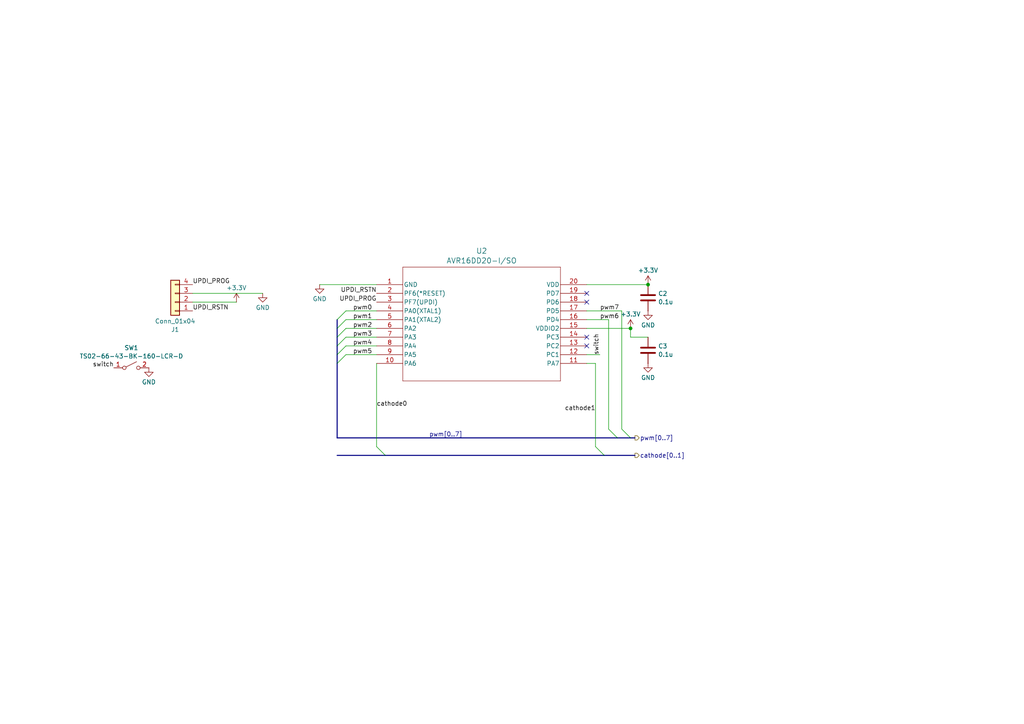
<source format=kicad_sch>
(kicad_sch (version 20231120) (generator "eeschema") (generator_version "8.0")
  (paper "A4")
  (lib_symbols
    (symbol "AVR16:AVR16DD20-I_SO" (pin_names (offset 0.254))
      (property "Reference" "U" (at 30.48 10.16 0))
      (property "Value" "AVR16DD20-I/SO" (at 30.48 7.62 0))
      (symbol "AVR16DD20-I_SO_0_1"
        (polyline (pts (xy 7.62 -27.94) (xy 53.34 -27.94)) (stroke (width 0.127)))
        (polyline (pts (xy 7.62 5.08) (xy 7.62 -27.94)) (stroke (width 0.127)))
        (polyline (pts (xy 53.34 -27.94) (xy 53.34 5.08)) (stroke (width 0.127)))
        (polyline (pts (xy 53.34 5.08) (xy 7.62 5.08)) (stroke (width 0.127)))
        (pin power_out line (at 0 0 0) (length 7.62) (name "GND") (number "1"))
        (pin bidirectional line (at 0 -22.86 0) (length 7.62) (name "PA6") (number "10"))
        (pin bidirectional line (at 60.96 -22.86 180) (length 7.62) (name "PA7") (number "11"))
        (pin bidirectional line (at 60.96 -20.32 180) (length 7.62) (name "PC1") (number "12"))
        (pin bidirectional line (at 60.96 -17.78 180) (length 7.62) (name "PC2") (number "13"))
        (pin bidirectional line (at 60.96 -15.24 180) (length 7.62) (name "PC3") (number "14"))
        (pin power_in line (at 60.96 -12.7 180) (length 7.62) (name "VDDIO2") (number "15"))
        (pin bidirectional line (at 60.96 -10.16 180) (length 7.62) (name "PD4") (number "16"))
        (pin bidirectional line (at 60.96 -7.62 180) (length 7.62) (name "PD5") (number "17"))
        (pin bidirectional line (at 60.96 -5.08 180) (length 7.62) (name "PD6") (number "18"))
        (pin bidirectional line (at 60.96 -2.54 180) (length 7.62) (name "PD7") (number "19"))
        (pin bidirectional line (at 0 -2.54 0) (length 7.62) (name "PF6(*RESET)") (number "2"))
        (pin power_in line (at 60.96 0 180) (length 7.62) (name "VDD") (number "20"))
        (pin bidirectional line (at 0 -5.08 0) (length 7.62) (name "PF7(UPDI)") (number "3"))
        (pin bidirectional line (at 0 -7.62 0) (length 7.62) (name "PA0(XTAL1)") (number "4"))
        (pin bidirectional line (at 0 -10.16 0) (length 7.62) (name "PA1(XTAL2)") (number "5"))
        (pin bidirectional line (at 0 -12.7 0) (length 7.62) (name "PA2") (number "6"))
        (pin bidirectional line (at 0 -15.24 0) (length 7.62) (name "PA3") (number "7"))
        (pin bidirectional line (at 0 -17.78 0) (length 7.62) (name "PA4") (number "8"))
        (pin bidirectional line (at 0 -20.32 0) (length 7.62) (name "PA5") (number "9"))
      )
    )
    (symbol "Connector_Generic:Conn_01x04" (pin_names (offset 1.016) hide)
      (property "Reference" "J" (at 0 5.08 0))
      (property "Value" "Conn_01x04" (at 0 -7.62 0))
      (symbol "Conn_01x04_1_1"
        (rectangle (start -1.27 -4.953) (end 0 -5.207) (stroke (width 0.1524)))
        (rectangle (start -1.27 -2.413) (end 0 -2.667) (stroke (width 0.1524)))
        (rectangle (start -1.27 0.127) (end 0 -0.127) (stroke (width 0.1524)))
        (rectangle (start -1.27 2.667) (end 0 2.413) (stroke (width 0.1524)))
        (rectangle (start -1.27 3.81) (end 1.27 -6.35) (stroke (width 0.254)) (fill (type background)))
        (pin passive line (at -5.08 2.54 0) (length 3.81) (name "Pin_1") (number "1"))
        (pin passive line (at -5.08 0 0) (length 3.81) (name "Pin_2") (number "2"))
        (pin passive line (at -5.08 -2.54 0) (length 3.81) (name "Pin_3") (number "3"))
        (pin passive line (at -5.08 -5.08 0) (length 3.81) (name "Pin_4") (number "4"))
      )
    )
    (symbol "Device:C" (pin_numbers hide) (pin_names (offset 0.254))
      (property "Reference" "C" (at 0.635 2.54 0))
      (property "Value" "C" (at 0.635 -2.54 0))
      (symbol "C_0_1"
        (polyline (pts (xy -2.032 -0.762) (xy 2.032 -0.762)) (stroke (width 0.508)))
        (polyline (pts (xy -2.032 0.762) (xy 2.032 0.762)) (stroke (width 0.508)))
      )
      (symbol "C_1_1"
        (pin passive line (at 0 3.81 270) (length 2.794) (name "~") (number "1"))
        (pin passive line (at 0 -3.81 90) (length 2.794) (name "~") (number "2"))
      )
    )
    (symbol "Switch:SW_SPST" (pin_names (offset 0) hide)
      (property "Reference" "SW" (at 0 3.175 0))
      (property "Value" "SW_SPST" (at 0 -2.54 0))
      (symbol "SW_SPST_0_0"
        (circle (center -2.032 0) (radius 0.508))
        (polyline (pts (xy -1.524 0.254) (xy 1.524 1.778)))
        (circle (center 2.032 0) (radius 0.508))
      )
      (symbol "SW_SPST_1_1"
        (pin passive line (at -5.08 0 0) (length 2.54) (name "A") (number "1"))
        (pin passive line (at 5.08 0 180) (length 2.54) (name "B") (number "2"))
      )
    )
    (symbol "power:+3.3V" (power) (pin_numbers hide) (pin_names (offset 0) hide)
      (property "Value" "+3.3V" (at 0 3.556 0))
      (symbol "+3.3V_0_1"
        (polyline (pts (xy -0.762 1.27) (xy 0 2.54)))
        (polyline (pts (xy 0 0) (xy 0 2.54)))
        (polyline (pts (xy 0 2.54) (xy 0.762 1.27)))
      )
      (symbol "+3.3V_1_1"
        (pin power_in line (at 0 0 90) (length 0) (name "~") (number "1"))
      )
    )
    (symbol "power:GND" (power) (pin_numbers hide) (pin_names (offset 0) hide)
      (property "Value" "GND" (at 0 -3.81 0))
      (symbol "GND_0_1"
        (polyline (pts (xy 0 0) (xy 0 -1.27) (xy 1.27 -1.27) (xy 0 -2.54) (xy -1.27 -1.27) (xy 0 -1.27)))
      )
      (symbol "GND_1_1"
        (pin power_in line (at 0 0 270) (length 0) (name "~") (number "1"))
      )
    )
  )
  (junction (at 182.88 95.25))
  (junction (at 187.96 82.55))
  (no_connect (at 170.18 85.09))
  (no_connect (at 170.18 100.33))
  (no_connect (at 170.18 87.63))
  (no_connect (at 170.18 97.79))
  (bus_entry (at 172.72 129.54) (size 2.54 2.54))
  (bus_entry (at 176.53 124.46) (size 2.54 2.54))
  (bus_entry (at 109.22 129.54) (size 2.54 2.54))
  (bus_entry (at 180.34 124.46) (size 2.54 2.54))
  (bus_entry (at 97.79 102.87) (size 2.54 -2.54))
  (bus_entry (at 97.79 105.41) (size 2.54 -2.54))
  (bus_entry (at 97.79 97.79) (size 2.54 -2.54))
  (bus_entry (at 97.79 100.33) (size 2.54 -2.54))
  (bus_entry (at 97.79 92.71) (size 2.54 -2.54))
  (bus_entry (at 97.79 95.25) (size 2.54 -2.54))
  (bus (pts (xy 97.79 132.08) (xy 111.76 132.08)))
  (wire (pts (xy 170.18 92.71) (xy 176.53 92.71)))
  (bus (pts (xy 97.79 102.87) (xy 97.79 105.41)))
  (bus (pts (xy 97.79 127) (xy 179.07 127)))
  (wire (pts (xy 182.88 97.79) (xy 187.96 97.79)))
  (wire (pts (xy 55.88 85.09) (xy 76.2 85.09)))
  (wire (pts (xy 100.33 97.79) (xy 109.22 97.79)))
  (wire (pts (xy 170.18 95.25) (xy 182.88 95.25)))
  (bus (pts (xy 97.79 92.71) (xy 97.79 95.25)))
  (wire (pts (xy 172.72 105.41) (xy 172.72 129.54)))
  (wire (pts (xy 180.34 90.17) (xy 180.34 124.46)))
  (bus (pts (xy 179.07 127) (xy 182.88 127)))
  (wire (pts (xy 109.22 105.41) (xy 109.22 129.54)))
  (wire (pts (xy 100.33 102.87) (xy 109.22 102.87)))
  (wire (pts (xy 100.33 100.33) (xy 109.22 100.33)))
  (wire (pts (xy 170.18 102.87) (xy 173.99 102.87)))
  (bus (pts (xy 97.79 105.41) (xy 97.79 127)))
  (bus (pts (xy 97.79 97.79) (xy 97.79 100.33)))
  (wire (pts (xy 170.18 82.55) (xy 187.96 82.55)))
  (wire (pts (xy 100.33 95.25) (xy 109.22 95.25)))
  (bus (pts (xy 182.88 127) (xy 184.15 127)))
  (wire (pts (xy 100.33 92.71) (xy 109.22 92.71)))
  (bus (pts (xy 97.79 95.25) (xy 97.79 97.79)))
  (wire (pts (xy 182.88 95.25) (xy 182.88 97.79)))
  (wire (pts (xy 55.88 87.63) (xy 68.58 87.63)))
  (bus (pts (xy 111.76 132.08) (xy 175.26 132.08)))
  (wire (pts (xy 92.71 82.55) (xy 109.22 82.55)))
  (bus (pts (xy 97.79 100.33) (xy 97.79 102.87)))
  (wire (pts (xy 176.53 92.71) (xy 176.53 124.46)))
  (bus (pts (xy 175.26 132.08) (xy 184.15 132.08)))
  (wire (pts (xy 100.33 90.17) (xy 109.22 90.17)))
  (wire (pts (xy 170.18 105.41) (xy 172.72 105.41)))
  (wire (pts (xy 170.18 90.17) (xy 180.34 90.17)))
  (label "pwm5" (at 107.95 102.87 180))
  (label "pwm2" (at 107.95 95.25 180))
  (label "pwm4" (at 107.95 100.33 180))
  (label "UPDI_RSTN" (at 55.88 90.17 0))
  (label "UPDI_PROG" (at 55.88 82.55 0))
  (label "cathode0" (at 109.22 118.11 0))
  (label "UPDI_PROG" (at 109.22 87.63 180))
  (label "switch" (at 173.99 102.87 90))
  (label "pwm7" (at 173.99 90.17 0))
  (label "pwm6" (at 173.99 92.71 0))
  (label "UPDI_RSTN" (at 109.22 85.09 180))
  (label "pwm3" (at 107.95 97.79 180))
  (label "pwm[0..7]" (at 124.46 127 0))
  (label "pwm0" (at 107.95 90.17 180))
  (label "pwm1" (at 107.95 92.71 180))
  (label "cathode1" (at 172.72 119.38 180))
  (label "switch" (at 33.02 106.68 180))
  (hierarchical_label "pwm[0..7]" (shape output) (at 184.15 127 0))
  (hierarchical_label "cathode[0..1]" (shape output) (at 184.15 132.08 0))
  (symbol (lib_id "power:+3.3V") (at 68.58 87.63 0) (unit 1)
    (property "Reference" "#PWR06" (effects (hide yes)))
    (property "Value" "+3.3V" (at 68.58 83.4969 0))
    (property "Description" "Power symbol creates a global label with name \"+3.3V\"" (effects (hide yes)))
  )
  (symbol (lib_id "power:+3.3V") (at 182.88 95.25 0) (unit 1)
    (property "Reference" "#PWR09" (effects (hide yes)))
    (property "Value" "+3.3V" (at 182.88 91.1169 0))
    (property "Description" "Power symbol creates a global label with name \"+3.3V\"" (effects (hide yes)))
  )
  (symbol (lib_id "Device:C") (at 187.96 86.36 0) (unit 1)
    (property "Reference" "C2" (at 190.881 85.1478 0) (effects (justify left)))
    (property "Value" "0.1u" (at 190.881 87.5721 0) (effects (justify left)))
    (property "Footprint" "Capacitor_SMD:C_0603_1608Metric_Pad1.08x0.95mm_HandSolder" (effects (hide yes)))
    (property "Description" "Unpolarized capacitor" (effects (hide yes)))
  )
  (symbol (lib_id "power:GND") (at 187.96 105.41 0) (unit 1)
    (property "Reference" "#PWR012" (effects (hide yes)))
    (property "Value" "GND" (at 187.96 109.5431 0))
    (property "Description" "Power symbol creates a global label with name \"GND\" , ground" (effects (hide yes)))
  )
  (symbol (lib_id "Switch:SW_SPST") (at 38.1 106.68 0) (unit 1)
    (property "Reference" "SW1" (at 38.1 100.8845 0))
    (property "Value" "TS02-66-43-BK-160-LCR-D" (at 38.1 103.3088 0))
    (property "Footprint" "Button_Switch_THT:SW_PUSH_6mm_H4.3mm" (effects (hide yes)))
    (property "Description" "Single Pole Single Throw (SPST) switch" (effects (hide yes)))
  )
  (symbol (lib_id "power:GND") (at 43.18 106.68 0) (unit 1)
    (property "Reference" "#PWR05" (effects (hide yes)))
    (property "Value" "GND" (at 43.18 110.8131 0))
    (property "Description" "Power symbol creates a global label with name \"GND\" , ground" (effects (hide yes)))
  )
  (symbol (lib_id "Connector_Generic:Conn_01x04") (at 50.8 87.63 180) (unit 1) (in_bom no)
    (property "Reference" "J1" (at 50.8 95.5845 0))
    (property "Value" "Conn_01x04" (at 50.8 93.1602 0))
    (property "Footprint" "Connector_PinSocket_2.54mm:PinSocket_1x04_P2.54mm_Vertical" (effects (hide yes)))
    (property "Description" "Generic connector, single row, 01x04, script generated (kicad-library-utils/schlib/autogen/connector/)" (effects (hide yes)))
  )
  (symbol (lib_id "power:GND") (at 76.2 85.09 0) (unit 1)
    (property "Reference" "#PWR07" (effects (hide yes)))
    (property "Value" "GND" (at 76.2 89.2231 0))
    (property "Description" "Power symbol creates a global label with name \"GND\" , ground" (effects (hide yes)))
  )
  (symbol (lib_id "AVR16:AVR16DD20-I_SO") (at 109.22 82.55 0) (unit 1)
    (property "Reference" "U2" (at 139.7 72.7761 0) (effects (font (size 1.524 1.524))))
    (property "Value" "AVR16DD20-I/SO" (at 139.7 75.609 0) (effects (font (size 1.524 1.524))))
    (property "Footprint" "Package_SO:SOIC-20W_7.5x12.8mm_P1.27mm" (effects (hide yes)))
    (property "Datasheet" "AVR16DD20-I/SO" (effects (hide yes)))
  )
  (symbol (lib_id "power:GND") (at 187.96 90.17 0) (unit 1)
    (property "Reference" "#PWR011" (effects (hide yes)))
    (property "Value" "GND" (at 187.96 94.3031 0))
    (property "Description" "Power symbol creates a global label with name \"GND\" , ground" (effects (hide yes)))
  )
  (symbol (lib_id "power:+3.3V") (at 187.96 82.55 0) (unit 1)
    (property "Reference" "#PWR010" (effects (hide yes)))
    (property "Value" "+3.3V" (at 187.96 78.4169 0))
    (property "Description" "Power symbol creates a global label with name \"+3.3V\"" (effects (hide yes)))
  )
  (symbol (lib_id "Device:C") (at 187.96 101.6 0) (unit 1)
    (property "Reference" "C3" (at 190.881 100.3878 0) (effects (justify left)))
    (property "Value" "0.1u" (at 190.881 102.8121 0) (effects (justify left)))
    (property "Footprint" "Capacitor_SMD:C_0603_1608Metric_Pad1.08x0.95mm_HandSolder" (effects (hide yes)))
    (property "Description" "Unpolarized capacitor" (effects (hide yes)))
  )
  (symbol (lib_id "power:GND") (at 92.71 82.55 0) (unit 1)
    (property "Reference" "#PWR08" (effects (hide yes)))
    (property "Value" "GND" (at 92.71 86.6831 0))
    (property "Description" "Power symbol creates a global label with name \"GND\" , ground" (effects (hide yes)))
  )
)
</source>
